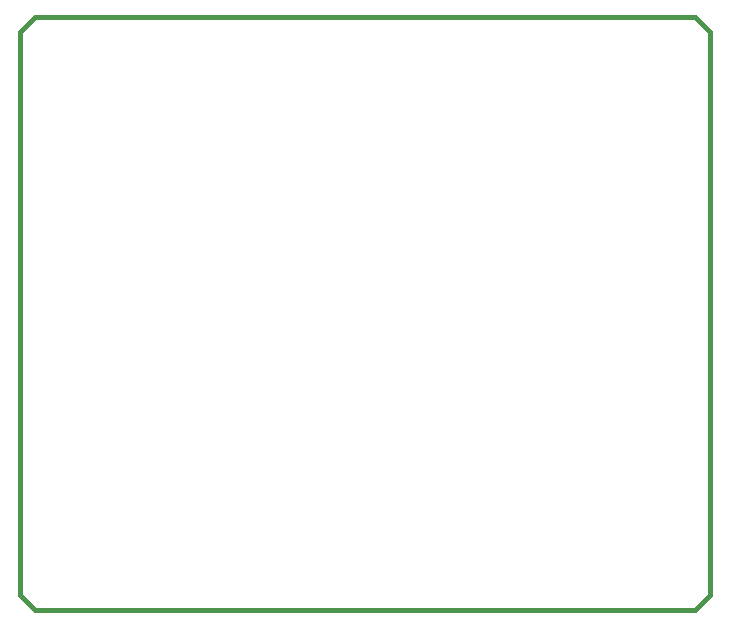
<source format=gko>
G75*
G70*
%OFA0B0*%
%FSLAX24Y24*%
%IPPOS*%
%LPD*%
%AMOC8*
5,1,8,0,0,1.08239X$1,22.5*
%
%ADD10C,0.0160*%
D10*
X000680Y000180D02*
X022680Y000180D01*
X023180Y000680D01*
X023180Y004680D01*
X023180Y019430D01*
X022680Y019930D01*
X015180Y019930D01*
X001180Y019930D01*
X000680Y019930D01*
X000180Y019430D01*
X000180Y014430D01*
X000180Y001430D01*
X000180Y000930D01*
X000180Y000680D01*
X000680Y000180D01*
M02*

</source>
